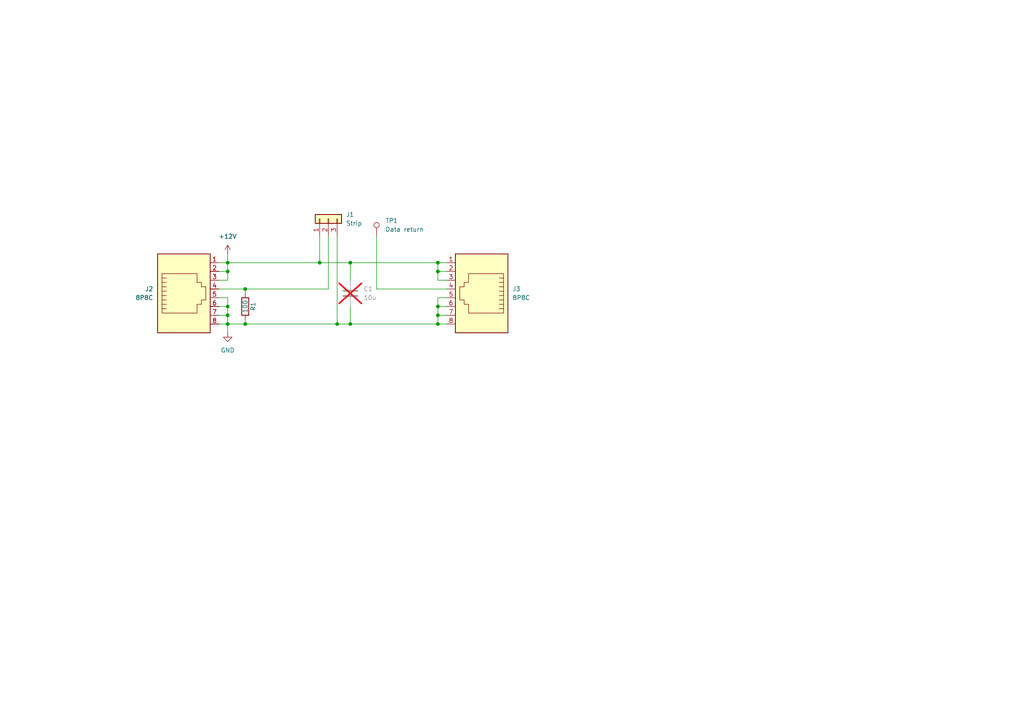
<source format=kicad_sch>
(kicad_sch (version 20231120) (generator "eeschema") (generator_version "8.0")
  (paper "A4")
  (lib_symbols
    (symbol "Connector:8P8C" (pin_names (offset 1.016))
      (property "Reference" "J" (at -5.08 13.97 0))
      (property "Value" "8P8C" (at 2.54 13.97 0))
      (symbol "8P8C_0_1"
        (polyline (pts (xy -5.08 4.445) (xy -6.35 4.445)))
        (polyline (pts (xy -5.08 5.715) (xy -6.35 5.715)))
        (polyline (pts (xy -6.35 -3.175) (xy -5.08 -3.175) (xy -5.08 -3.175)))
        (polyline (pts (xy -6.35 -1.905) (xy -5.08 -1.905) (xy -5.08 -1.905)))
        (polyline (pts (xy -6.35 -0.635) (xy -5.08 -0.635) (xy -5.08 -0.635)))
        (polyline (pts (xy -6.35 0.635) (xy -5.08 0.635) (xy -5.08 0.635)))
        (polyline (pts (xy -6.35 1.905) (xy -5.08 1.905) (xy -5.08 1.905)))
        (polyline (pts (xy -5.08 3.175) (xy -6.35 3.175) (xy -6.35 3.175)))
        (polyline (pts (xy -6.35 -4.445) (xy -6.35 6.985) (xy 3.81 6.985) (xy 3.81 4.445) (xy 5.08 4.445) (xy 5.08 3.175) (xy 6.35 3.175) (xy 6.35 -0.635) (xy 5.08 -0.635) (xy 5.08 -1.905) (xy 3.81 -1.905) (xy 3.81 -4.445) (xy -6.35 -4.445) (xy -6.35 -4.445)))
        (rectangle (start 7.62 12.7) (end -7.62 -10.16) (stroke (width 0.254)) (fill (type background)))
      )
      (symbol "8P8C_1_1"
        (pin passive line (at 10.16 -7.62 180) (length 2.54) (name "~") (number "1"))
        (pin passive line (at 10.16 -5.08 180) (length 2.54) (name "~") (number "2"))
        (pin passive line (at 10.16 -2.54 180) (length 2.54) (name "~") (number "3"))
        (pin passive line (at 10.16 0 180) (length 2.54) (name "~") (number "4"))
        (pin passive line (at 10.16 2.54 180) (length 2.54) (name "~") (number "5"))
        (pin passive line (at 10.16 5.08 180) (length 2.54) (name "~") (number "6"))
        (pin passive line (at 10.16 7.62 180) (length 2.54) (name "~") (number "7"))
        (pin passive line (at 10.16 10.16 180) (length 2.54) (name "~") (number "8"))
      )
    )
    (symbol "Connector:TestPoint" (pin_numbers hide) (pin_names (offset 0.762) hide)
      (property "Reference" "TP" (at 0 6.858 0))
      (property "Value" "TestPoint" (at 0 5.08 0))
      (symbol "TestPoint_0_1"
        (circle (center 0 3.302) (radius 0.762))
      )
      (symbol "TestPoint_1_1"
        (pin passive line (at 0 0 90) (length 2.54) (name "1") (number "1"))
      )
    )
    (symbol "Connector_Generic:Conn_01x03" (pin_names (offset 1.016) hide)
      (property "Reference" "J" (at 0 5.08 0))
      (property "Value" "Conn_01x03" (at 0 -5.08 0))
      (symbol "Conn_01x03_1_1"
        (rectangle (start -1.27 -2.413) (end 0 -2.667) (stroke (width 0.1524)))
        (rectangle (start -1.27 0.127) (end 0 -0.127) (stroke (width 0.1524)))
        (rectangle (start -1.27 2.667) (end 0 2.413) (stroke (width 0.1524)))
        (rectangle (start -1.27 3.81) (end 1.27 -3.81) (stroke (width 0.254)) (fill (type background)))
        (pin passive line (at -5.08 2.54 0) (length 3.81) (name "Pin_1") (number "1"))
        (pin passive line (at -5.08 0 0) (length 3.81) (name "Pin_2") (number "2"))
        (pin passive line (at -5.08 -2.54 0) (length 3.81) (name "Pin_3") (number "3"))
      )
    )
    (symbol "Device:C" (pin_numbers hide) (pin_names (offset 0.254))
      (property "Reference" "C" (at 0.635 2.54 0))
      (property "Value" "C" (at 0.635 -2.54 0))
      (symbol "C_0_1"
        (polyline (pts (xy -2.032 -0.762) (xy 2.032 -0.762)) (stroke (width 0.508)))
        (polyline (pts (xy -2.032 0.762) (xy 2.032 0.762)) (stroke (width 0.508)))
      )
      (symbol "C_1_1"
        (pin passive line (at 0 3.81 270) (length 2.794) (name "~") (number "1"))
        (pin passive line (at 0 -3.81 90) (length 2.794) (name "~") (number "2"))
      )
    )
    (symbol "Device:R" (pin_numbers hide) (pin_names (offset 0))
      (property "Reference" "R" (at 2.032 0 90))
      (property "Value" "R" (at 0 0 90))
      (symbol "R_0_1"
        (rectangle (start -1.016 -2.54) (end 1.016 2.54) (stroke (width 0.254)))
      )
      (symbol "R_1_1"
        (pin passive line (at 0 3.81 270) (length 1.27) (name "~") (number "1"))
        (pin passive line (at 0 -3.81 90) (length 1.27) (name "~") (number "2"))
      )
    )
    (symbol "power:+12V" (power) (pin_numbers hide) (pin_names (offset 0) hide)
      (property "Value" "+12V" (at 0 3.556 0))
      (symbol "+12V_0_1"
        (polyline (pts (xy -0.762 1.27) (xy 0 2.54)))
        (polyline (pts (xy 0 0) (xy 0 2.54)))
        (polyline (pts (xy 0 2.54) (xy 0.762 1.27)))
      )
      (symbol "+12V_1_1"
        (pin power_in line (at 0 0 90) (length 0) (name "~") (number "1"))
      )
    )
    (symbol "power:GND" (power) (pin_numbers hide) (pin_names (offset 0) hide)
      (property "Value" "GND" (at 0 -3.81 0))
      (symbol "GND_0_1"
        (polyline (pts (xy 0 0) (xy 0 -1.27) (xy 1.27 -1.27) (xy 0 -2.54) (xy -1.27 -1.27) (xy 0 -1.27)))
      )
      (symbol "GND_1_1"
        (pin power_in line (at 0 0 270) (length 0) (name "~") (number "1"))
      )
    )
  )
  (junction (at 97.79 93.98))
  (junction (at 127 88.9))
  (junction (at 92.71 76.2))
  (junction (at 127 93.98))
  (junction (at 127 76.2))
  (junction (at 66.04 93.98))
  (junction (at 66.04 76.2))
  (junction (at 71.12 83.82))
  (junction (at 101.6 93.98))
  (junction (at 66.04 78.74))
  (junction (at 66.04 91.44))
  (junction (at 127 91.44))
  (junction (at 71.12 93.98))
  (junction (at 66.04 88.9))
  (junction (at 127 78.74))
  (junction (at 101.6 76.2))
  (wire (pts (xy 129.54 81.28) (xy 127 81.28)))
  (wire (pts (xy 127 93.98) (xy 129.54 93.98)))
  (wire (pts (xy 66.04 78.74) (xy 66.04 76.2)))
  (wire (pts (xy 127 91.44) (xy 127 93.98)))
  (wire (pts (xy 66.04 76.2) (xy 92.71 76.2)))
  (wire (pts (xy 92.71 76.2) (xy 101.6 76.2)))
  (wire (pts (xy 97.79 93.98) (xy 101.6 93.98)))
  (wire (pts (xy 101.6 76.2) (xy 127 76.2)))
  (wire (pts (xy 127 81.28) (xy 127 78.74)))
  (wire (pts (xy 66.04 93.98) (xy 66.04 96.52)))
  (wire (pts (xy 129.54 83.82) (xy 109.22 83.82)))
  (wire (pts (xy 63.5 91.44) (xy 66.04 91.44)))
  (wire (pts (xy 63.5 76.2) (xy 66.04 76.2)))
  (wire (pts (xy 66.04 86.36) (xy 66.04 88.9)))
  (wire (pts (xy 101.6 93.98) (xy 127 93.98)))
  (wire (pts (xy 71.12 93.98) (xy 97.79 93.98)))
  (wire (pts (xy 97.79 68.58) (xy 97.79 93.98)))
  (wire (pts (xy 63.5 86.36) (xy 66.04 86.36)))
  (wire (pts (xy 66.04 76.2) (xy 66.04 73.66)))
  (wire (pts (xy 129.54 86.36) (xy 127 86.36)))
  (wire (pts (xy 63.5 83.82) (xy 71.12 83.82)))
  (wire (pts (xy 63.5 78.74) (xy 66.04 78.74)))
  (wire (pts (xy 127 86.36) (xy 127 88.9)))
  (wire (pts (xy 101.6 76.2) (xy 101.6 81.28)))
  (wire (pts (xy 95.25 83.82) (xy 95.25 68.58)))
  (wire (pts (xy 66.04 93.98) (xy 71.12 93.98)))
  (wire (pts (xy 127 88.9) (xy 127 91.44)))
  (wire (pts (xy 127 78.74) (xy 127 76.2)))
  (wire (pts (xy 127 76.2) (xy 129.54 76.2)))
  (wire (pts (xy 101.6 88.9) (xy 101.6 93.98)))
  (wire (pts (xy 66.04 81.28) (xy 66.04 78.74)))
  (wire (pts (xy 109.22 83.82) (xy 109.22 68.58)))
  (wire (pts (xy 129.54 88.9) (xy 127 88.9)))
  (wire (pts (xy 66.04 88.9) (xy 66.04 91.44)))
  (wire (pts (xy 71.12 83.82) (xy 95.25 83.82)))
  (wire (pts (xy 63.5 88.9) (xy 66.04 88.9)))
  (wire (pts (xy 129.54 78.74) (xy 127 78.74)))
  (wire (pts (xy 129.54 91.44) (xy 127 91.44)))
  (wire (pts (xy 92.71 76.2) (xy 92.71 68.58)))
  (wire (pts (xy 63.5 81.28) (xy 66.04 81.28)))
  (wire (pts (xy 66.04 91.44) (xy 66.04 93.98)))
  (wire (pts (xy 71.12 92.71) (xy 71.12 93.98)))
  (wire (pts (xy 63.5 93.98) (xy 66.04 93.98)))
  (wire (pts (xy 71.12 83.82) (xy 71.12 85.09)))
  (symbol (lib_id "Device:R") (at 71.12 88.9 180) (unit 1)
    (property "Reference" "R1" (at 73.406 88.9 90))
    (property "Value" "100" (at 71.12 88.9 90))
    (property "Footprint" "Resistor_SMD:R_0603_1608Metric" (effects (hide yes)))
    (property "Description" "Resistor" (effects (hide yes)))
  )
  (symbol (lib_id "Connector:TestPoint") (at 109.22 68.58 0) (unit 1) (in_bom no)
    (property "Reference" "TP1" (at 111.76 64.0079 0) (effects (justify left)))
    (property "Value" "Data return" (at 111.76 66.5479 0) (effects (justify left)))
    (property "Footprint" "TestPoint:TestPoint_Pad_1.5x1.5mm" (effects (hide yes)))
    (property "Description" "test point" (effects (hide yes)))
  )
  (symbol (lib_id "power:+12V") (at 66.04 73.66 0) (unit 1)
    (property "Reference" "#PWR01" (effects (hide yes)))
    (property "Value" "+12V" (at 66.04 68.58 0))
    (property "Description" "Power symbol creates a global label with name \"+12V\"" (effects (hide yes)))
  )
  (symbol (lib_id "power:GND") (at 66.04 96.52 0) (unit 1)
    (property "Reference" "#PWR02" (effects (hide yes)))
    (property "Value" "GND" (at 66.04 101.6 0))
    (property "Description" "Power symbol creates a global label with name \"GND\" , ground" (effects (hide yes)))
  )
  (symbol (lib_id "Connector:8P8C") (at 139.7 83.82 180) (unit 1)
    (property "Reference" "J3" (at 148.59 83.8199 0) (effects (justify right)))
    (property "Value" "8P8C" (at 148.59 86.3599 0) (effects (justify right)))
    (property "Footprint" "Connector_RJ:RJ45_Amphenol_54602-x08_Horizontal" (effects (hide yes)))
    (property "Description" "RJ connector, 8P8C (8 positions 8 connected), RJ31/RJ32/RJ33/RJ34/RJ35/RJ41/RJ45/RJ49/RJ61" (effects (hide yes)))
    (property "MPN" "MTJ-885X1" (effects (hide yes)))
  )
  (symbol (lib_id "Device:C") (at 101.6 85.09 0) (unit 1) (dnp yes)
    (property "Reference" "C1" (at 105.41 83.8199 0) (effects (justify left)))
    (property "Value" "10u" (at 105.41 86.3599 0) (effects (justify left)))
    (property "Footprint" "Capacitor_SMD:C_0603_1608Metric" (effects (hide yes)))
    (property "Description" "Unpolarized capacitor" (effects (hide yes)))
  )
  (symbol (lib_id "Connector_Generic:Conn_01x03") (at 95.25 63.5 90) (unit 1) (in_bom no)
    (property "Reference" "J1" (at 100.33 62.2299 90) (effects (justify right)))
    (property "Value" "Strip" (at 100.33 64.7699 90) (effects (justify right)))
    (property "Footprint" "footprints:led_strip_3pin" (effects (hide yes)))
    (property "Description" "Generic connector, single row, 01x03, script generated (kicad-library-utils/schlib/autogen/connector/)" (effects (hide yes)))
  )
  (symbol (lib_id "Connector:8P8C") (at 53.34 83.82 0) (mirror x) (unit 1)
    (property "Reference" "J2" (at 44.45 83.8199 0) (effects (justify right)))
    (property "Value" "8P8C" (at 44.45 86.3599 0) (effects (justify right)))
    (property "Footprint" "Connector_RJ:RJ45_Amphenol_54602-x08_Horizontal" (effects (hide yes)))
    (property "Description" "RJ connector, 8P8C (8 positions 8 connected), RJ31/RJ32/RJ33/RJ34/RJ35/RJ41/RJ45/RJ49/RJ61" (effects (hide yes)))
    (property "MPN" "MTJ-885X1" (effects (hide yes)))
  )
)
</source>
